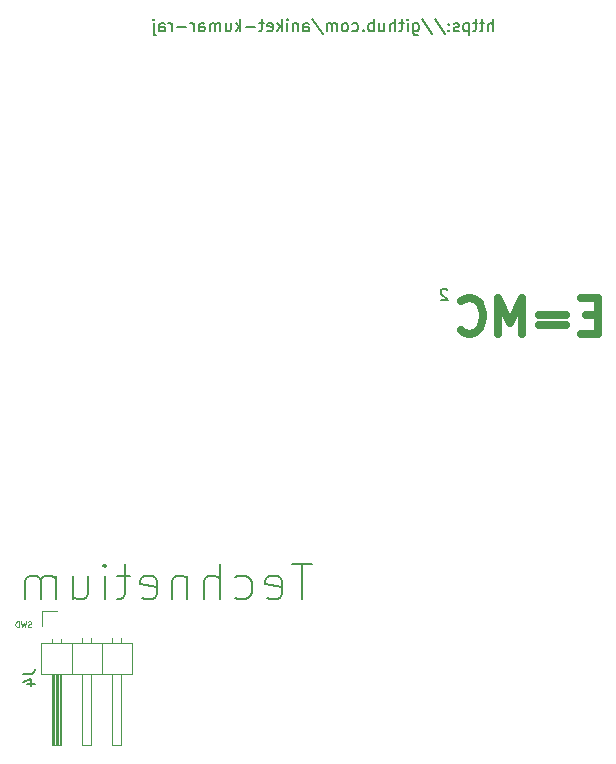
<source format=gbo>
%TF.GenerationSoftware,KiCad,Pcbnew,(5.1.12)-1*%
%TF.CreationDate,2026-01-09T19:54:51+05:30*%
%TF.ProjectId,Aniket_Board,416e696b-6574-45f4-926f-6172642e6b69,rev?*%
%TF.SameCoordinates,Original*%
%TF.FileFunction,Legend,Bot*%
%TF.FilePolarity,Positive*%
%FSLAX46Y46*%
G04 Gerber Fmt 4.6, Leading zero omitted, Abs format (unit mm)*
G04 Created by KiCad (PCBNEW (5.1.12)-1) date 2026-01-09 19:54:51*
%MOMM*%
%LPD*%
G01*
G04 APERTURE LIST*
%ADD10C,0.125000*%
%ADD11C,0.150000*%
%ADD12C,0.700000*%
%ADD13C,0.120000*%
G04 APERTURE END LIST*
D10*
X109978571Y-124302380D02*
X109907142Y-124326190D01*
X109788095Y-124326190D01*
X109740476Y-124302380D01*
X109716666Y-124278571D01*
X109692857Y-124230952D01*
X109692857Y-124183333D01*
X109716666Y-124135714D01*
X109740476Y-124111904D01*
X109788095Y-124088095D01*
X109883333Y-124064285D01*
X109930952Y-124040476D01*
X109954761Y-124016666D01*
X109978571Y-123969047D01*
X109978571Y-123921428D01*
X109954761Y-123873809D01*
X109930952Y-123850000D01*
X109883333Y-123826190D01*
X109764285Y-123826190D01*
X109692857Y-123850000D01*
X109526190Y-123826190D02*
X109407142Y-124326190D01*
X109311904Y-123969047D01*
X109216666Y-124326190D01*
X109097619Y-123826190D01*
X108907142Y-124326190D02*
X108907142Y-123826190D01*
X108788095Y-123826190D01*
X108716666Y-123850000D01*
X108669047Y-123897619D01*
X108645238Y-123945238D01*
X108621428Y-124040476D01*
X108621428Y-124111904D01*
X108645238Y-124207142D01*
X108669047Y-124254761D01*
X108716666Y-124302380D01*
X108788095Y-124326190D01*
X108907142Y-124326190D01*
D11*
X133757142Y-118957142D02*
X132042857Y-118957142D01*
X132900000Y-121957142D02*
X132900000Y-118957142D01*
X129900000Y-121814285D02*
X130185714Y-121957142D01*
X130757142Y-121957142D01*
X131042857Y-121814285D01*
X131185714Y-121528571D01*
X131185714Y-120385714D01*
X131042857Y-120100000D01*
X130757142Y-119957142D01*
X130185714Y-119957142D01*
X129900000Y-120100000D01*
X129757142Y-120385714D01*
X129757142Y-120671428D01*
X131185714Y-120957142D01*
X127185714Y-121814285D02*
X127471428Y-121957142D01*
X128042857Y-121957142D01*
X128328571Y-121814285D01*
X128471428Y-121671428D01*
X128614285Y-121385714D01*
X128614285Y-120528571D01*
X128471428Y-120242857D01*
X128328571Y-120100000D01*
X128042857Y-119957142D01*
X127471428Y-119957142D01*
X127185714Y-120100000D01*
X125900000Y-121957142D02*
X125900000Y-118957142D01*
X124614285Y-121957142D02*
X124614285Y-120385714D01*
X124757142Y-120100000D01*
X125042857Y-119957142D01*
X125471428Y-119957142D01*
X125757142Y-120100000D01*
X125900000Y-120242857D01*
X123185714Y-119957142D02*
X123185714Y-121957142D01*
X123185714Y-120242857D02*
X123042857Y-120100000D01*
X122757142Y-119957142D01*
X122328571Y-119957142D01*
X122042857Y-120100000D01*
X121900000Y-120385714D01*
X121900000Y-121957142D01*
X119328571Y-121814285D02*
X119614285Y-121957142D01*
X120185714Y-121957142D01*
X120471428Y-121814285D01*
X120614285Y-121528571D01*
X120614285Y-120385714D01*
X120471428Y-120100000D01*
X120185714Y-119957142D01*
X119614285Y-119957142D01*
X119328571Y-120100000D01*
X119185714Y-120385714D01*
X119185714Y-120671428D01*
X120614285Y-120957142D01*
X118328571Y-119957142D02*
X117185714Y-119957142D01*
X117900000Y-118957142D02*
X117900000Y-121528571D01*
X117757142Y-121814285D01*
X117471428Y-121957142D01*
X117185714Y-121957142D01*
X116185714Y-121957142D02*
X116185714Y-119957142D01*
X116185714Y-118957142D02*
X116328571Y-119100000D01*
X116185714Y-119242857D01*
X116042857Y-119100000D01*
X116185714Y-118957142D01*
X116185714Y-119242857D01*
X113471428Y-119957142D02*
X113471428Y-121957142D01*
X114757142Y-119957142D02*
X114757142Y-121528571D01*
X114614285Y-121814285D01*
X114328571Y-121957142D01*
X113900000Y-121957142D01*
X113614285Y-121814285D01*
X113471428Y-121671428D01*
X112042857Y-121957142D02*
X112042857Y-119957142D01*
X112042857Y-120242857D02*
X111900000Y-120100000D01*
X111614285Y-119957142D01*
X111185714Y-119957142D01*
X110900000Y-120100000D01*
X110757142Y-120385714D01*
X110757142Y-121957142D01*
X110757142Y-120385714D02*
X110614285Y-120100000D01*
X110328571Y-119957142D01*
X109900000Y-119957142D01*
X109614285Y-120100000D01*
X109471428Y-120385714D01*
X109471428Y-121957142D01*
X145185714Y-95747619D02*
X145138095Y-95700000D01*
X145042857Y-95652380D01*
X144804761Y-95652380D01*
X144709523Y-95700000D01*
X144661904Y-95747619D01*
X144614285Y-95842857D01*
X144614285Y-95938095D01*
X144661904Y-96080952D01*
X145233333Y-96652380D01*
X144614285Y-96652380D01*
D12*
X157914285Y-97885714D02*
X156914285Y-97885714D01*
X156485714Y-99457142D02*
X157914285Y-99457142D01*
X157914285Y-96457142D01*
X156485714Y-96457142D01*
X155200000Y-97885714D02*
X152914285Y-97885714D01*
X152914285Y-98742857D02*
X155200000Y-98742857D01*
X151485714Y-99457142D02*
X151485714Y-96457142D01*
X150485714Y-98600000D01*
X149485714Y-96457142D01*
X149485714Y-99457142D01*
X146342857Y-99171428D02*
X146485714Y-99314285D01*
X146914285Y-99457142D01*
X147200000Y-99457142D01*
X147628571Y-99314285D01*
X147914285Y-99028571D01*
X148057142Y-98742857D01*
X148200000Y-98171428D01*
X148200000Y-97742857D01*
X148057142Y-97171428D01*
X147914285Y-96885714D01*
X147628571Y-96600000D01*
X147200000Y-96457142D01*
X146914285Y-96457142D01*
X146485714Y-96600000D01*
X146342857Y-96742857D01*
D11*
X149057142Y-73852380D02*
X149057142Y-72852380D01*
X148628571Y-73852380D02*
X148628571Y-73328571D01*
X148676190Y-73233333D01*
X148771428Y-73185714D01*
X148914285Y-73185714D01*
X149009523Y-73233333D01*
X149057142Y-73280952D01*
X148295238Y-73185714D02*
X147914285Y-73185714D01*
X148152380Y-72852380D02*
X148152380Y-73709523D01*
X148104761Y-73804761D01*
X148009523Y-73852380D01*
X147914285Y-73852380D01*
X147723809Y-73185714D02*
X147342857Y-73185714D01*
X147580952Y-72852380D02*
X147580952Y-73709523D01*
X147533333Y-73804761D01*
X147438095Y-73852380D01*
X147342857Y-73852380D01*
X147009523Y-73185714D02*
X147009523Y-74185714D01*
X147009523Y-73233333D02*
X146914285Y-73185714D01*
X146723809Y-73185714D01*
X146628571Y-73233333D01*
X146580952Y-73280952D01*
X146533333Y-73376190D01*
X146533333Y-73661904D01*
X146580952Y-73757142D01*
X146628571Y-73804761D01*
X146723809Y-73852380D01*
X146914285Y-73852380D01*
X147009523Y-73804761D01*
X146152380Y-73804761D02*
X146057142Y-73852380D01*
X145866666Y-73852380D01*
X145771428Y-73804761D01*
X145723809Y-73709523D01*
X145723809Y-73661904D01*
X145771428Y-73566666D01*
X145866666Y-73519047D01*
X146009523Y-73519047D01*
X146104761Y-73471428D01*
X146152380Y-73376190D01*
X146152380Y-73328571D01*
X146104761Y-73233333D01*
X146009523Y-73185714D01*
X145866666Y-73185714D01*
X145771428Y-73233333D01*
X145295238Y-73757142D02*
X145247619Y-73804761D01*
X145295238Y-73852380D01*
X145342857Y-73804761D01*
X145295238Y-73757142D01*
X145295238Y-73852380D01*
X145295238Y-73233333D02*
X145247619Y-73280952D01*
X145295238Y-73328571D01*
X145342857Y-73280952D01*
X145295238Y-73233333D01*
X145295238Y-73328571D01*
X144104761Y-72804761D02*
X144961904Y-74090476D01*
X143057142Y-72804761D02*
X143914285Y-74090476D01*
X142295238Y-73185714D02*
X142295238Y-73995238D01*
X142342857Y-74090476D01*
X142390476Y-74138095D01*
X142485714Y-74185714D01*
X142628571Y-74185714D01*
X142723809Y-74138095D01*
X142295238Y-73804761D02*
X142390476Y-73852380D01*
X142580952Y-73852380D01*
X142676190Y-73804761D01*
X142723809Y-73757142D01*
X142771428Y-73661904D01*
X142771428Y-73376190D01*
X142723809Y-73280952D01*
X142676190Y-73233333D01*
X142580952Y-73185714D01*
X142390476Y-73185714D01*
X142295238Y-73233333D01*
X141819047Y-73852380D02*
X141819047Y-73185714D01*
X141819047Y-72852380D02*
X141866666Y-72900000D01*
X141819047Y-72947619D01*
X141771428Y-72900000D01*
X141819047Y-72852380D01*
X141819047Y-72947619D01*
X141485714Y-73185714D02*
X141104761Y-73185714D01*
X141342857Y-72852380D02*
X141342857Y-73709523D01*
X141295238Y-73804761D01*
X141200000Y-73852380D01*
X141104761Y-73852380D01*
X140771428Y-73852380D02*
X140771428Y-72852380D01*
X140342857Y-73852380D02*
X140342857Y-73328571D01*
X140390476Y-73233333D01*
X140485714Y-73185714D01*
X140628571Y-73185714D01*
X140723809Y-73233333D01*
X140771428Y-73280952D01*
X139438095Y-73185714D02*
X139438095Y-73852380D01*
X139866666Y-73185714D02*
X139866666Y-73709523D01*
X139819047Y-73804761D01*
X139723809Y-73852380D01*
X139580952Y-73852380D01*
X139485714Y-73804761D01*
X139438095Y-73757142D01*
X138961904Y-73852380D02*
X138961904Y-72852380D01*
X138961904Y-73233333D02*
X138866666Y-73185714D01*
X138676190Y-73185714D01*
X138580952Y-73233333D01*
X138533333Y-73280952D01*
X138485714Y-73376190D01*
X138485714Y-73661904D01*
X138533333Y-73757142D01*
X138580952Y-73804761D01*
X138676190Y-73852380D01*
X138866666Y-73852380D01*
X138961904Y-73804761D01*
X138057142Y-73757142D02*
X138009523Y-73804761D01*
X138057142Y-73852380D01*
X138104761Y-73804761D01*
X138057142Y-73757142D01*
X138057142Y-73852380D01*
X137152380Y-73804761D02*
X137247619Y-73852380D01*
X137438095Y-73852380D01*
X137533333Y-73804761D01*
X137580952Y-73757142D01*
X137628571Y-73661904D01*
X137628571Y-73376190D01*
X137580952Y-73280952D01*
X137533333Y-73233333D01*
X137438095Y-73185714D01*
X137247619Y-73185714D01*
X137152380Y-73233333D01*
X136580952Y-73852380D02*
X136676190Y-73804761D01*
X136723809Y-73757142D01*
X136771428Y-73661904D01*
X136771428Y-73376190D01*
X136723809Y-73280952D01*
X136676190Y-73233333D01*
X136580952Y-73185714D01*
X136438095Y-73185714D01*
X136342857Y-73233333D01*
X136295238Y-73280952D01*
X136247619Y-73376190D01*
X136247619Y-73661904D01*
X136295238Y-73757142D01*
X136342857Y-73804761D01*
X136438095Y-73852380D01*
X136580952Y-73852380D01*
X135819047Y-73852380D02*
X135819047Y-73185714D01*
X135819047Y-73280952D02*
X135771428Y-73233333D01*
X135676190Y-73185714D01*
X135533333Y-73185714D01*
X135438095Y-73233333D01*
X135390476Y-73328571D01*
X135390476Y-73852380D01*
X135390476Y-73328571D02*
X135342857Y-73233333D01*
X135247619Y-73185714D01*
X135104761Y-73185714D01*
X135009523Y-73233333D01*
X134961904Y-73328571D01*
X134961904Y-73852380D01*
X133771428Y-72804761D02*
X134628571Y-74090476D01*
X133009523Y-73852380D02*
X133009523Y-73328571D01*
X133057142Y-73233333D01*
X133152380Y-73185714D01*
X133342857Y-73185714D01*
X133438095Y-73233333D01*
X133009523Y-73804761D02*
X133104761Y-73852380D01*
X133342857Y-73852380D01*
X133438095Y-73804761D01*
X133485714Y-73709523D01*
X133485714Y-73614285D01*
X133438095Y-73519047D01*
X133342857Y-73471428D01*
X133104761Y-73471428D01*
X133009523Y-73423809D01*
X132533333Y-73185714D02*
X132533333Y-73852380D01*
X132533333Y-73280952D02*
X132485714Y-73233333D01*
X132390476Y-73185714D01*
X132247619Y-73185714D01*
X132152380Y-73233333D01*
X132104761Y-73328571D01*
X132104761Y-73852380D01*
X131628571Y-73852380D02*
X131628571Y-73185714D01*
X131628571Y-72852380D02*
X131676190Y-72900000D01*
X131628571Y-72947619D01*
X131580952Y-72900000D01*
X131628571Y-72852380D01*
X131628571Y-72947619D01*
X131152380Y-73852380D02*
X131152380Y-72852380D01*
X131057142Y-73471428D02*
X130771428Y-73852380D01*
X130771428Y-73185714D02*
X131152380Y-73566666D01*
X129961904Y-73804761D02*
X130057142Y-73852380D01*
X130247619Y-73852380D01*
X130342857Y-73804761D01*
X130390476Y-73709523D01*
X130390476Y-73328571D01*
X130342857Y-73233333D01*
X130247619Y-73185714D01*
X130057142Y-73185714D01*
X129961904Y-73233333D01*
X129914285Y-73328571D01*
X129914285Y-73423809D01*
X130390476Y-73519047D01*
X129628571Y-73185714D02*
X129247619Y-73185714D01*
X129485714Y-72852380D02*
X129485714Y-73709523D01*
X129438095Y-73804761D01*
X129342857Y-73852380D01*
X129247619Y-73852380D01*
X128914285Y-73471428D02*
X128152380Y-73471428D01*
X127676190Y-73852380D02*
X127676190Y-72852380D01*
X127580952Y-73471428D02*
X127295238Y-73852380D01*
X127295238Y-73185714D02*
X127676190Y-73566666D01*
X126438095Y-73185714D02*
X126438095Y-73852380D01*
X126866666Y-73185714D02*
X126866666Y-73709523D01*
X126819047Y-73804761D01*
X126723809Y-73852380D01*
X126580952Y-73852380D01*
X126485714Y-73804761D01*
X126438095Y-73757142D01*
X125961904Y-73852380D02*
X125961904Y-73185714D01*
X125961904Y-73280952D02*
X125914285Y-73233333D01*
X125819047Y-73185714D01*
X125676190Y-73185714D01*
X125580952Y-73233333D01*
X125533333Y-73328571D01*
X125533333Y-73852380D01*
X125533333Y-73328571D02*
X125485714Y-73233333D01*
X125390476Y-73185714D01*
X125247619Y-73185714D01*
X125152380Y-73233333D01*
X125104761Y-73328571D01*
X125104761Y-73852380D01*
X124200000Y-73852380D02*
X124200000Y-73328571D01*
X124247619Y-73233333D01*
X124342857Y-73185714D01*
X124533333Y-73185714D01*
X124628571Y-73233333D01*
X124200000Y-73804761D02*
X124295238Y-73852380D01*
X124533333Y-73852380D01*
X124628571Y-73804761D01*
X124676190Y-73709523D01*
X124676190Y-73614285D01*
X124628571Y-73519047D01*
X124533333Y-73471428D01*
X124295238Y-73471428D01*
X124200000Y-73423809D01*
X123723809Y-73852380D02*
X123723809Y-73185714D01*
X123723809Y-73376190D02*
X123676190Y-73280952D01*
X123628571Y-73233333D01*
X123533333Y-73185714D01*
X123438095Y-73185714D01*
X123104761Y-73471428D02*
X122342857Y-73471428D01*
X121866666Y-73852380D02*
X121866666Y-73185714D01*
X121866666Y-73376190D02*
X121819047Y-73280952D01*
X121771428Y-73233333D01*
X121676190Y-73185714D01*
X121580952Y-73185714D01*
X120819047Y-73852380D02*
X120819047Y-73328571D01*
X120866666Y-73233333D01*
X120961904Y-73185714D01*
X121152380Y-73185714D01*
X121247619Y-73233333D01*
X120819047Y-73804761D02*
X120914285Y-73852380D01*
X121152380Y-73852380D01*
X121247619Y-73804761D01*
X121295238Y-73709523D01*
X121295238Y-73614285D01*
X121247619Y-73519047D01*
X121152380Y-73471428D01*
X120914285Y-73471428D01*
X120819047Y-73423809D01*
X120342857Y-73185714D02*
X120342857Y-74042857D01*
X120390476Y-74138095D01*
X120485714Y-74185714D01*
X120533333Y-74185714D01*
X120342857Y-72852380D02*
X120390476Y-72900000D01*
X120342857Y-72947619D01*
X120295238Y-72900000D01*
X120342857Y-72852380D01*
X120342857Y-72947619D01*
D13*
%TO.C,J4*%
X110830000Y-122930000D02*
X110830000Y-124200000D01*
X112100000Y-122930000D02*
X110830000Y-122930000D01*
X117560000Y-125242929D02*
X117560000Y-125640000D01*
X116800000Y-125242929D02*
X116800000Y-125640000D01*
X117560000Y-134300000D02*
X117560000Y-128300000D01*
X116800000Y-134300000D02*
X117560000Y-134300000D01*
X116800000Y-128300000D02*
X116800000Y-134300000D01*
X115910000Y-125640000D02*
X115910000Y-128300000D01*
X115020000Y-125242929D02*
X115020000Y-125640000D01*
X114260000Y-125242929D02*
X114260000Y-125640000D01*
X115020000Y-134300000D02*
X115020000Y-128300000D01*
X114260000Y-134300000D02*
X115020000Y-134300000D01*
X114260000Y-128300000D02*
X114260000Y-134300000D01*
X113370000Y-125640000D02*
X113370000Y-128300000D01*
X112480000Y-125310000D02*
X112480000Y-125640000D01*
X111720000Y-125310000D02*
X111720000Y-125640000D01*
X112380000Y-128300000D02*
X112380000Y-134300000D01*
X112260000Y-128300000D02*
X112260000Y-134300000D01*
X112140000Y-128300000D02*
X112140000Y-134300000D01*
X112020000Y-128300000D02*
X112020000Y-134300000D01*
X111900000Y-128300000D02*
X111900000Y-134300000D01*
X111780000Y-128300000D02*
X111780000Y-134300000D01*
X112480000Y-134300000D02*
X112480000Y-128300000D01*
X111720000Y-134300000D02*
X112480000Y-134300000D01*
X111720000Y-128300000D02*
X111720000Y-134300000D01*
X110770000Y-128300000D02*
X110770000Y-125640000D01*
X118510000Y-128300000D02*
X110770000Y-128300000D01*
X118510000Y-125640000D02*
X118510000Y-128300000D01*
X110770000Y-125640000D02*
X118510000Y-125640000D01*
D11*
X109282380Y-128251666D02*
X109996666Y-128251666D01*
X110139523Y-128204047D01*
X110234761Y-128108809D01*
X110282380Y-127965952D01*
X110282380Y-127870714D01*
X109615714Y-129156428D02*
X110282380Y-129156428D01*
X109234761Y-128918333D02*
X109949047Y-128680238D01*
X109949047Y-129299285D01*
%TD*%
M02*

</source>
